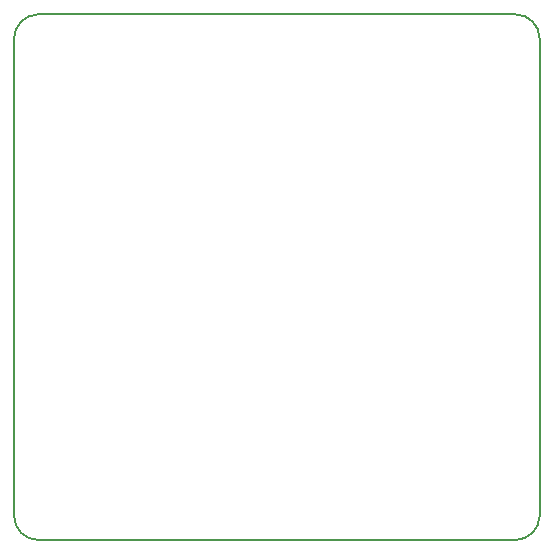
<source format=gbr>
G04 #@! TF.GenerationSoftware,KiCad,Pcbnew,(5.1.0-0)*
G04 #@! TF.CreationDate,2019-06-27T12:49:36+09:00*
G04 #@! TF.ProjectId,SwitchBlox,53776974-6368-4426-9c6f-782e6b696361,rev?*
G04 #@! TF.SameCoordinates,Original*
G04 #@! TF.FileFunction,Profile,NP*
%FSLAX46Y46*%
G04 Gerber Fmt 4.6, Leading zero omitted, Abs format (unit mm)*
G04 Created by KiCad (PCBNEW (5.1.0-0)) date 2019-06-27 12:49:36*
%MOMM*%
%LPD*%
G04 APERTURE LIST*
%ADD10C,0.150000*%
G04 APERTURE END LIST*
D10*
X129000000Y-71550000D02*
X129000000Y-111950000D01*
X171450000Y-69500000D02*
X131050000Y-69500000D01*
X173500000Y-71550000D02*
X173500000Y-111950000D01*
X131050000Y-114000000D02*
X171450000Y-114000000D01*
X131050000Y-114000000D02*
G75*
G02X129000000Y-111950000I0J2050000D01*
G01*
X129000000Y-71550000D02*
G75*
G02X131050000Y-69500000I2050000J0D01*
G01*
X171450000Y-69500000D02*
G75*
G02X173500000Y-71550000I0J-2050000D01*
G01*
X173500000Y-111950000D02*
G75*
G02X171450000Y-114000000I-2050000J0D01*
G01*
M02*

</source>
